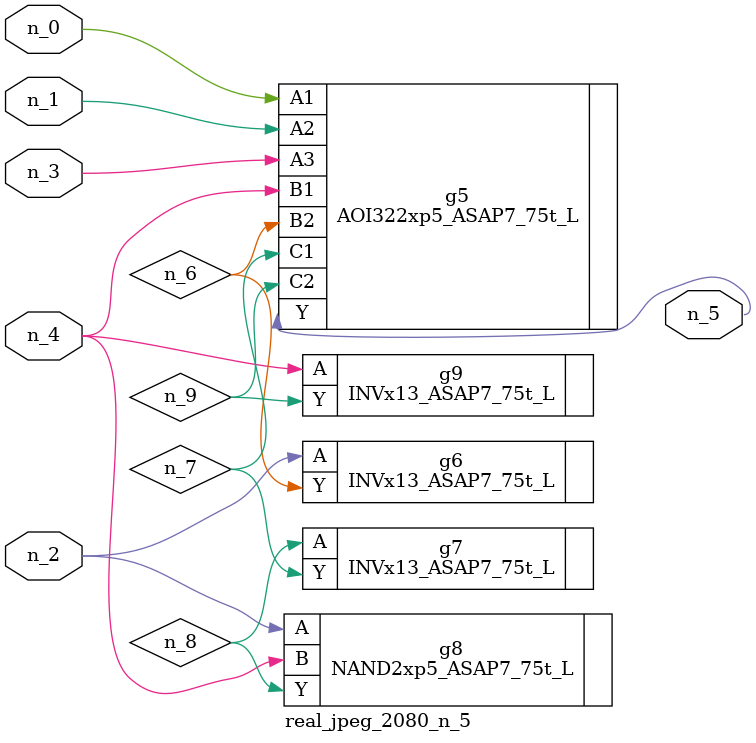
<source format=v>
module real_jpeg_2080_n_5 (n_4, n_0, n_1, n_2, n_3, n_5);

input n_4;
input n_0;
input n_1;
input n_2;
input n_3;

output n_5;

wire n_8;
wire n_6;
wire n_7;
wire n_9;

AOI322xp5_ASAP7_75t_L g5 ( 
.A1(n_0),
.A2(n_1),
.A3(n_3),
.B1(n_4),
.B2(n_6),
.C1(n_7),
.C2(n_9),
.Y(n_5)
);

INVx13_ASAP7_75t_L g6 ( 
.A(n_2),
.Y(n_6)
);

NAND2xp5_ASAP7_75t_L g8 ( 
.A(n_2),
.B(n_4),
.Y(n_8)
);

INVx13_ASAP7_75t_L g9 ( 
.A(n_4),
.Y(n_9)
);

INVx13_ASAP7_75t_L g7 ( 
.A(n_8),
.Y(n_7)
);


endmodule
</source>
